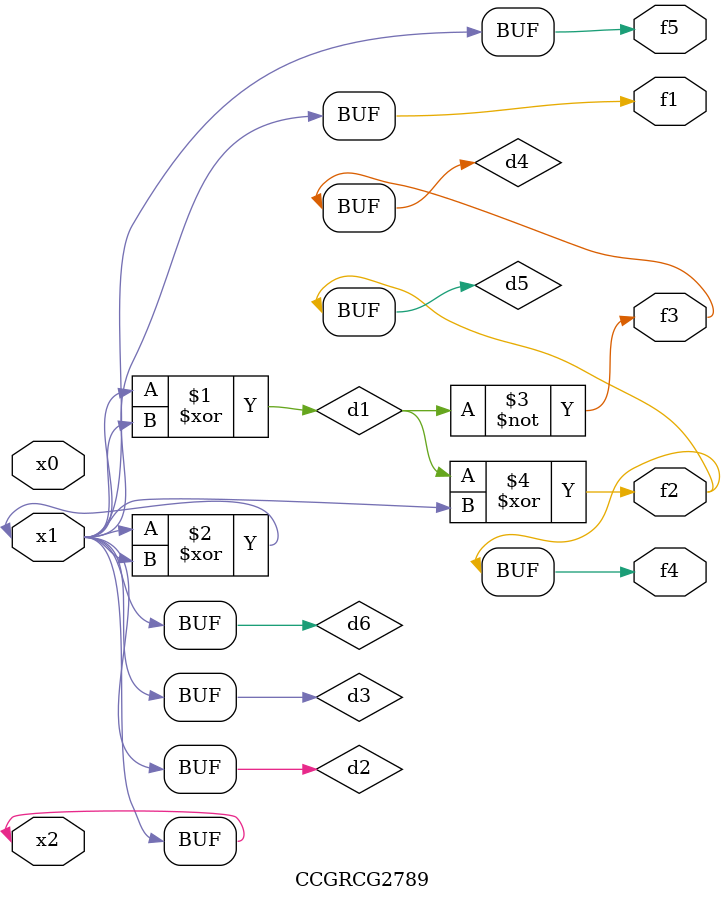
<source format=v>
module CCGRCG2789(
	input x0, x1, x2,
	output f1, f2, f3, f4, f5
);

	wire d1, d2, d3, d4, d5, d6;

	xor (d1, x1, x2);
	buf (d2, x1, x2);
	xor (d3, x1, x2);
	nor (d4, d1);
	xor (d5, d1, d2);
	buf (d6, d2, d3);
	assign f1 = d6;
	assign f2 = d5;
	assign f3 = d4;
	assign f4 = d5;
	assign f5 = d6;
endmodule

</source>
